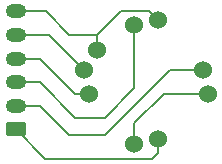
<source format=gbr>
%TF.GenerationSoftware,KiCad,Pcbnew,8.0.1*%
%TF.CreationDate,2024-04-20T10:16:12+12:00*%
%TF.ProjectId,thumb-hat,7468756d-622d-4686-9174-2e6b69636164,rev?*%
%TF.SameCoordinates,Original*%
%TF.FileFunction,Copper,L1,Top*%
%TF.FilePolarity,Positive*%
%FSLAX46Y46*%
G04 Gerber Fmt 4.6, Leading zero omitted, Abs format (unit mm)*
G04 Created by KiCad (PCBNEW 8.0.1) date 2024-04-20 10:16:12*
%MOMM*%
%LPD*%
G01*
G04 APERTURE LIST*
G04 Aperture macros list*
%AMRoundRect*
0 Rectangle with rounded corners*
0 $1 Rounding radius*
0 $2 $3 $4 $5 $6 $7 $8 $9 X,Y pos of 4 corners*
0 Add a 4 corners polygon primitive as box body*
4,1,4,$2,$3,$4,$5,$6,$7,$8,$9,$2,$3,0*
0 Add four circle primitives for the rounded corners*
1,1,$1+$1,$2,$3*
1,1,$1+$1,$4,$5*
1,1,$1+$1,$6,$7*
1,1,$1+$1,$8,$9*
0 Add four rect primitives between the rounded corners*
20,1,$1+$1,$2,$3,$4,$5,0*
20,1,$1+$1,$4,$5,$6,$7,0*
20,1,$1+$1,$6,$7,$8,$9,0*
20,1,$1+$1,$8,$9,$2,$3,0*%
G04 Aperture macros list end*
%TA.AperFunction,ComponentPad*%
%ADD10RoundRect,0.250000X0.625000X-0.350000X0.625000X0.350000X-0.625000X0.350000X-0.625000X-0.350000X0*%
%TD*%
%TA.AperFunction,ComponentPad*%
%ADD11O,1.750000X1.200000*%
%TD*%
%TA.AperFunction,ComponentPad*%
%ADD12C,1.524000*%
%TD*%
%TA.AperFunction,Conductor*%
%ADD13C,0.200000*%
%TD*%
G04 APERTURE END LIST*
D10*
%TO.P,J1,1,Pin_1*%
%TO.N,Net-(J1-Pin_1)*%
X123950000Y-97500000D03*
D11*
%TO.P,J1,2,Pin_2*%
%TO.N,Net-(J1-Pin_2)*%
X123950000Y-95500000D03*
%TO.P,J1,3,Pin_3*%
%TO.N,Net-(J1-Pin_3)*%
X123950000Y-93500000D03*
%TO.P,J1,4,Pin_4*%
%TO.N,Net-(J1-Pin_4)*%
X123950000Y-91500000D03*
%TO.P,J1,5,Pin_5*%
%TO.N,Net-(J1-Pin_5)*%
X123950000Y-89500000D03*
%TO.P,J1,6,Pin_6*%
%TO.N,Net-(J1-Pin_6)*%
X123950000Y-87500000D03*
%TD*%
D12*
%TO.P,SW1,1,A*%
%TO.N,Net-(J1-Pin_1)*%
X136000000Y-98350000D03*
%TO.P,SW1,2,B*%
%TO.N,Net-(J1-Pin_2)*%
X139850000Y-92500000D03*
%TO.P,SW1,3,C*%
%TO.N,Net-(J1-Pin_3)*%
X134000000Y-88650000D03*
%TO.P,SW1,4,D*%
%TO.N,Net-(J1-Pin_4)*%
X130150000Y-94500000D03*
%TO.P,SW1,5,PUSH*%
%TO.N,Net-(J1-Pin_5)*%
X129740000Y-92500000D03*
X134000000Y-98760000D03*
X140260000Y-94500000D03*
%TO.P,SW1,6,COM*%
%TO.N,Net-(J1-Pin_6)*%
X136000000Y-88240000D03*
%TO.P,SW1,7,GND*%
X130850000Y-90800000D03*
%TD*%
D13*
%TO.N,Net-(J1-Pin_6)*%
X132871999Y-87478001D02*
X130850000Y-89500000D01*
X135238001Y-87478001D02*
X132871999Y-87478001D01*
X136000000Y-88240000D02*
X135238001Y-87478001D01*
X128500000Y-89500000D02*
X130850000Y-89500000D01*
X123950000Y-87500000D02*
X126500000Y-87500000D01*
X130850000Y-90800000D02*
X130850000Y-89500000D01*
X126500000Y-87500000D02*
X128500000Y-89500000D01*
%TO.N,Net-(J1-Pin_2)*%
X128500000Y-98000000D02*
X126000000Y-95500000D01*
X126000000Y-95500000D02*
X123950000Y-95500000D01*
X137000000Y-92500000D02*
X131500000Y-98000000D01*
X131500000Y-98000000D02*
X128500000Y-98000000D01*
X139850000Y-92500000D02*
X137000000Y-92500000D01*
%TO.N,Net-(J1-Pin_3)*%
X126000000Y-93500000D02*
X123950000Y-93500000D01*
X129000000Y-96500000D02*
X126000000Y-93500000D01*
X131500000Y-96500000D02*
X129000000Y-96500000D01*
X134000000Y-94000000D02*
X131500000Y-96500000D01*
X134000000Y-88650000D02*
X134000000Y-94000000D01*
%TO.N,Net-(J1-Pin_4)*%
X129000000Y-94500000D02*
X126000000Y-91500000D01*
X130150000Y-94500000D02*
X129000000Y-94500000D01*
X126000000Y-91500000D02*
X123950000Y-91500000D01*
%TO.N,Net-(J1-Pin_5)*%
X129740000Y-92500000D02*
X126740000Y-89500000D01*
X126740000Y-89500000D02*
X123950000Y-89500000D01*
X134000000Y-97000000D02*
X134000000Y-98760000D01*
X136500000Y-94500000D02*
X134000000Y-97000000D01*
X140260000Y-94500000D02*
X136500000Y-94500000D01*
%TO.N,Net-(J1-Pin_1)*%
X135500000Y-100000000D02*
X126450000Y-100000000D01*
X136000000Y-99500000D02*
X135500000Y-100000000D01*
X126450000Y-100000000D02*
X123950000Y-97500000D01*
X136000000Y-98350000D02*
X136000000Y-99500000D01*
%TD*%
M02*

</source>
